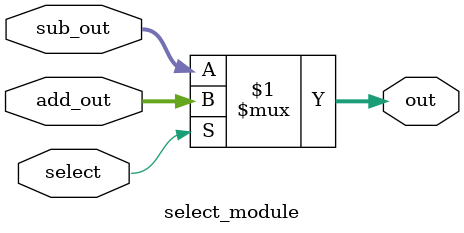
<source format=v>

module top_module (
    input clk,
    input reset,      // Synchronous active-high reset
    input [3:0] a, b, // Two 4-bit inputs
    input select,     // Select input to choose between adder and subtractor outputs
    output [3:0] out  // 4-bit output from the selected module
);

    // Declare internal wires
    wire [3:0] add_out_int, sub_out_int;

    // Instantiate the adder and subtractor modules
    four_bit_adder adder(.a(a), .b(b), .sum(add_out_int));
    four_bit_subtractor subtractor(.a(a), .b(b), .diff(sub_out_int));

    // Declare a flip-flop for the reset signal
    reg reset_ff;

    // Synchronous active-high reset
    always @(posedge clk) begin
        if (reset) begin
            reset_ff <= 1;
        end else begin
            reset_ff <= 0;
        end
    end

    // Instantiate the select module
    select_module select_inst(.add_out(add_out_int), .sub_out(sub_out_int), .select(select), .out(out));

endmodule

module four_bit_adder (
    input [3:0] a, b, // Two 4-bit inputs
    output [3:0] sum  // 4-bit output from the adder
);

    assign sum = a + b;

endmodule

module four_bit_subtractor (
    input [3:0] a, b, // Two 4-bit inputs
    output [3:0] diff // 4-bit output from the subtractor
);

    assign diff = a - b;

endmodule

module select_module (
    input [3:0] add_out, sub_out, // Outputs from the adder and subtractor modules
    input select,                 // Select input to choose between adder and subtractor outputs
    output [3:0] out              // Final output from the selected module
);

    assign out = select ? add_out : sub_out;

endmodule

</source>
